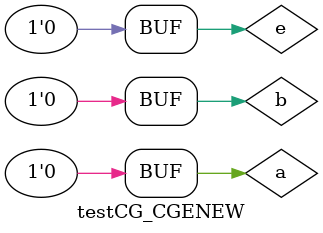
<source format=v>
`timescale 1ns/1ns

module CG_CGE(input a,b,e,output w);
  wire ab,bb,eb,o1,o2,oo;
  not#(5) n1(bb,b);
  nand#(8) a1(o1,a,bb);
  not#(5) n2(aa,a);
  nand#(8) a2(o2,b,aa);
  not#(5) n3(eb,e);
  nand#(8) a3(oo,o1,o2);
  nor#(12) L(w,oo,ob);
endmodule


`timescale 1ns/1ns
module testCG_CGENEW();
  reg a=0,b=0,e=0;
  wire w;
  CG_CGE test4(a,b,e,w);
  initial begin 
  a=1;
  #(50) a=0;b=1;e=1;
  #(50) a=1;b=1;e=1;
  #(50) a=0;b=0;e=0;
  #(50) b=0;
  end
endmodule

  
  
</source>
